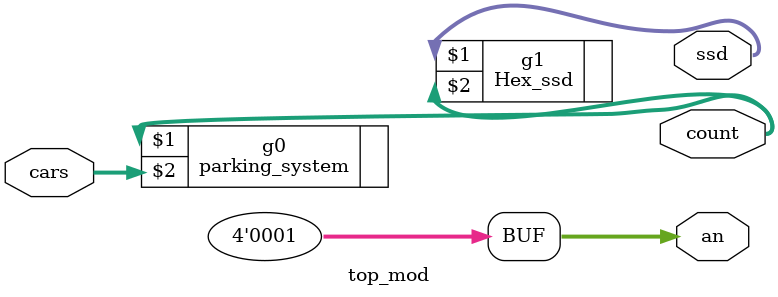
<source format=v>



module top_mod(
    output [3:0]count,
    output [6:0]ssd,
    output [3:0]an,
    input[14:0]cars
    );
    
    assign an=4'b0001;
    
    parking_system g0(count,cars);
    Hex_ssd g1(ssd,count);
    
endmodule

</source>
